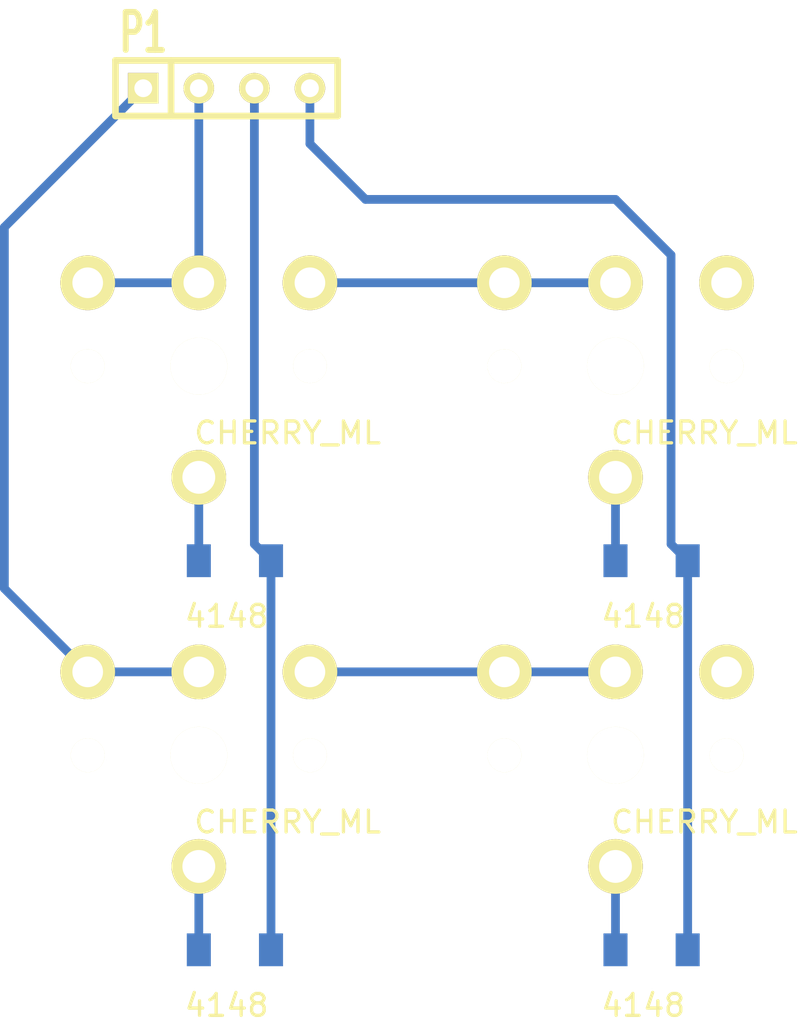
<source format=kicad_pcb>
(kicad_pcb (version 3) (host pcbnew "(2013-07-07 BZR 4022)-stable")

  (general
    (links 16)
    (no_connects 0)
    (area 139.5 76.19619 177.033 122.749)
    (thickness 1.6)
    (drawings 0)
    (tracks 24)
    (zones 0)
    (modules 9)
    (nets 11)
  )

  (page A4)
  (layers
    (15 F.Cu signal)
    (0 B.Cu signal)
    (16 B.Adhes user)
    (17 F.Adhes user)
    (18 B.Paste user)
    (19 F.Paste user)
    (20 B.SilkS user)
    (21 F.SilkS user)
    (22 B.Mask user)
    (23 F.Mask user)
    (24 Dwgs.User user)
    (25 Cmts.User user)
    (26 Eco1.User user)
    (27 Eco2.User user)
    (28 Edge.Cuts user)
  )

  (setup
    (last_trace_width 0.4)
    (trace_clearance 0.254)
    (zone_clearance 0.508)
    (zone_45_only no)
    (trace_min 0.254)
    (segment_width 0.2)
    (edge_width 0.15)
    (via_size 0.889)
    (via_drill 0.635)
    (via_min_size 0.889)
    (via_min_drill 0.508)
    (uvia_size 0.508)
    (uvia_drill 0.127)
    (uvias_allowed no)
    (uvia_min_size 0.508)
    (uvia_min_drill 0.127)
    (pcb_text_width 0.3)
    (pcb_text_size 1.5 1.5)
    (mod_edge_width 0.15)
    (mod_text_size 1.5 1.5)
    (mod_text_width 0.15)
    (pad_size 1.524 1.524)
    (pad_drill 0.762)
    (pad_to_mask_clearance 0.2)
    (aux_axis_origin 0 0)
    (visible_elements 7FFFFFFF)
    (pcbplotparams
      (layerselection 3178497)
      (usegerberextensions true)
      (excludeedgelayer true)
      (linewidth 0.100000)
      (plotframeref false)
      (viasonmask false)
      (mode 1)
      (useauxorigin false)
      (hpglpennumber 1)
      (hpglpenspeed 20)
      (hpglpendiameter 15)
      (hpglpenoverlay 2)
      (psnegative false)
      (psa4output false)
      (plotreference true)
      (plotvalue true)
      (plotothertext true)
      (plotinvisibletext false)
      (padsonsilk false)
      (subtractmaskfromsilk false)
      (outputformat 1)
      (mirror false)
      (drillshape 0)
      (scaleselection 1)
      (outputdirectory ""))
  )

  (net 0 "")
  (net 1 N-000001)
  (net 2 N-0000010)
  (net 3 N-0000011)
  (net 4 N-0000012)
  (net 5 N-000002)
  (net 6 N-000003)
  (net 7 N-000004)
  (net 8 N-000005)
  (net 9 N-000006)
  (net 10 N-000009)

  (net_class Default "This is the default net class."
    (clearance 0.254)
    (trace_width 0.4)
    (via_dia 0.889)
    (via_drill 0.635)
    (uvia_dia 0.508)
    (uvia_drill 0.127)
    (add_net "")
    (add_net N-000001)
    (add_net N-0000010)
    (add_net N-0000011)
    (add_net N-0000012)
    (add_net N-000002)
    (add_net N-000003)
    (add_net N-000004)
    (add_net N-000005)
    (add_net N-000006)
    (add_net N-000009)
  )

  (module SIL-4 (layer F.Cu) (tedit 5650FB3B) (tstamp 5650F9C8)
    (at 149.86 80.01)
    (descr "Connecteur 4 pibs")
    (tags "CONN DEV")
    (path /5650F800)
    (fp_text reference P1 (at -3.81 -2.54) (layer F.SilkS)
      (effects (font (size 1.73482 1.08712) (thickness 0.3048)))
    )
    (fp_text value CONN_4 (at 1.27 -2.54) (layer F.SilkS) hide
      (effects (font (size 1.524 1.016) (thickness 0.3048)))
    )
    (fp_line (start -5.08 -1.27) (end -5.08 -1.27) (layer F.SilkS) (width 0.3048))
    (fp_line (start -5.08 1.27) (end -5.08 -1.27) (layer F.SilkS) (width 0.3048))
    (fp_line (start -5.08 -1.27) (end -5.08 -1.27) (layer F.SilkS) (width 0.3048))
    (fp_line (start -5.08 -1.27) (end 5.08 -1.27) (layer F.SilkS) (width 0.3048))
    (fp_line (start 5.08 -1.27) (end 5.08 1.27) (layer F.SilkS) (width 0.3048))
    (fp_line (start 5.08 1.27) (end -5.08 1.27) (layer F.SilkS) (width 0.3048))
    (fp_line (start -2.54 1.27) (end -2.54 -1.27) (layer F.SilkS) (width 0.3048))
    (pad 1 thru_hole rect (at -3.81 0) (size 1.397 1.397) (drill 0.8128)
      (layers *.Cu *.Mask F.SilkS)
      (net 2 N-0000010)
    )
    (pad 2 thru_hole circle (at -1.27 0) (size 1.397 1.397) (drill 0.8128)
      (layers *.Cu *.Mask F.SilkS)
      (net 4 N-0000012)
    )
    (pad 3 thru_hole circle (at 1.27 0) (size 1.397 1.397) (drill 0.8128)
      (layers *.Cu *.Mask F.SilkS)
      (net 7 N-000004)
    )
    (pad 4 thru_hole circle (at 3.81 0) (size 1.397 1.397) (drill 0.8128)
      (layers *.Cu *.Mask F.SilkS)
      (net 8 N-000005)
    )
  )

  (module CHERRY_ML (layer F.Cu) (tedit 5650E626) (tstamp 5650F9D3)
    (at 148.59 92.71)
    (path /5650F7AF)
    (fp_text reference K1 (at -3.556 3.048) (layer F.SilkS) hide
      (effects (font (size 1 1) (thickness 0.15)))
    )
    (fp_text value CHERRY_ML (at 4.064 3.048) (layer F.SilkS)
      (effects (font (size 1 1) (thickness 0.15)))
    )
    (pad "" np_thru_hole circle (at 0 0) (size 2.6 2.6) (drill 2.6)
      (layers *.Cu *.Mask F.SilkS)
    )
    (pad "" np_thru_hole circle (at -5.08 0) (size 1.55 1.55) (drill 1.55)
      (layers *.Cu *.Mask F.SilkS)
    )
    (pad "" np_thru_hole circle (at 5.08 0) (size 1.55 1.55) (drill 1.55)
      (layers *.Cu *.Mask F.SilkS)
    )
    (pad 4 thru_hole circle (at 5.08 -3.81) (size 2.5 2.5) (drill 1.4)
      (layers *.Cu *.Mask F.SilkS)
      (net 10 N-000009)
    )
    (pad 3 thru_hole circle (at -5.08 -3.81) (size 2.5 2.5) (drill 1.4)
      (layers *.Cu *.Mask F.SilkS)
      (net 4 N-0000012)
    )
    (pad 2 thru_hole circle (at 0 5.08) (size 2.5 2.5) (drill 1.5)
      (layers *.Cu *.Mask F.SilkS)
      (net 9 N-000006)
    )
    (pad 1 thru_hole circle (at 0 -3.81) (size 2.5 2.5) (drill 1.4)
      (layers *.Cu *.Mask F.SilkS)
      (net 4 N-0000012)
    )
  )

  (module CHERRY_ML (layer F.Cu) (tedit 5650E626) (tstamp 5650F9DE)
    (at 167.64 92.71)
    (path /5650F7BC)
    (fp_text reference K3 (at -3.556 3.048) (layer F.SilkS) hide
      (effects (font (size 1 1) (thickness 0.15)))
    )
    (fp_text value CHERRY_ML (at 4.064 3.048) (layer F.SilkS)
      (effects (font (size 1 1) (thickness 0.15)))
    )
    (pad "" np_thru_hole circle (at 0 0) (size 2.6 2.6) (drill 2.6)
      (layers *.Cu *.Mask F.SilkS)
    )
    (pad "" np_thru_hole circle (at -5.08 0) (size 1.55 1.55) (drill 1.55)
      (layers *.Cu *.Mask F.SilkS)
    )
    (pad "" np_thru_hole circle (at 5.08 0) (size 1.55 1.55) (drill 1.55)
      (layers *.Cu *.Mask F.SilkS)
    )
    (pad 4 thru_hole circle (at 5.08 -3.81) (size 2.5 2.5) (drill 1.4)
      (layers *.Cu *.Mask F.SilkS)
    )
    (pad 3 thru_hole circle (at -5.08 -3.81) (size 2.5 2.5) (drill 1.4)
      (layers *.Cu *.Mask F.SilkS)
      (net 10 N-000009)
    )
    (pad 2 thru_hole circle (at 0 5.08) (size 2.5 2.5) (drill 1.5)
      (layers *.Cu *.Mask F.SilkS)
      (net 1 N-000001)
    )
    (pad 1 thru_hole circle (at 0 -3.81) (size 2.5 2.5) (drill 1.4)
      (layers *.Cu *.Mask F.SilkS)
      (net 10 N-000009)
    )
  )

  (module CHERRY_ML (layer F.Cu) (tedit 5650E626) (tstamp 5650F9E9)
    (at 148.59 110.49)
    (path /5650F7C2)
    (fp_text reference K2 (at -3.556 3.048) (layer F.SilkS) hide
      (effects (font (size 1 1) (thickness 0.15)))
    )
    (fp_text value CHERRY_ML (at 4.064 3.048) (layer F.SilkS)
      (effects (font (size 1 1) (thickness 0.15)))
    )
    (pad "" np_thru_hole circle (at 0 0) (size 2.6 2.6) (drill 2.6)
      (layers *.Cu *.Mask F.SilkS)
    )
    (pad "" np_thru_hole circle (at -5.08 0) (size 1.55 1.55) (drill 1.55)
      (layers *.Cu *.Mask F.SilkS)
    )
    (pad "" np_thru_hole circle (at 5.08 0) (size 1.55 1.55) (drill 1.55)
      (layers *.Cu *.Mask F.SilkS)
    )
    (pad 4 thru_hole circle (at 5.08 -3.81) (size 2.5 2.5) (drill 1.4)
      (layers *.Cu *.Mask F.SilkS)
      (net 3 N-0000011)
    )
    (pad 3 thru_hole circle (at -5.08 -3.81) (size 2.5 2.5) (drill 1.4)
      (layers *.Cu *.Mask F.SilkS)
      (net 2 N-0000010)
    )
    (pad 2 thru_hole circle (at 0 5.08) (size 2.5 2.5) (drill 1.5)
      (layers *.Cu *.Mask F.SilkS)
      (net 5 N-000002)
    )
    (pad 1 thru_hole circle (at 0 -3.81) (size 2.5 2.5) (drill 1.4)
      (layers *.Cu *.Mask F.SilkS)
      (net 2 N-0000010)
    )
  )

  (module CHERRY_ML (layer F.Cu) (tedit 5650E626) (tstamp 5650F9F4)
    (at 167.64 110.49)
    (path /5650F7C8)
    (fp_text reference K4 (at -3.556 3.048) (layer F.SilkS) hide
      (effects (font (size 1 1) (thickness 0.15)))
    )
    (fp_text value CHERRY_ML (at 4.064 3.048) (layer F.SilkS)
      (effects (font (size 1 1) (thickness 0.15)))
    )
    (pad "" np_thru_hole circle (at 0 0) (size 2.6 2.6) (drill 2.6)
      (layers *.Cu *.Mask F.SilkS)
    )
    (pad "" np_thru_hole circle (at -5.08 0) (size 1.55 1.55) (drill 1.55)
      (layers *.Cu *.Mask F.SilkS)
    )
    (pad "" np_thru_hole circle (at 5.08 0) (size 1.55 1.55) (drill 1.55)
      (layers *.Cu *.Mask F.SilkS)
    )
    (pad 4 thru_hole circle (at 5.08 -3.81) (size 2.5 2.5) (drill 1.4)
      (layers *.Cu *.Mask F.SilkS)
    )
    (pad 3 thru_hole circle (at -5.08 -3.81) (size 2.5 2.5) (drill 1.4)
      (layers *.Cu *.Mask F.SilkS)
      (net 3 N-0000011)
    )
    (pad 2 thru_hole circle (at 0 5.08) (size 2.5 2.5) (drill 1.5)
      (layers *.Cu *.Mask F.SilkS)
      (net 6 N-000003)
    )
    (pad 1 thru_hole circle (at 0 -3.81) (size 2.5 2.5) (drill 1.4)
      (layers *.Cu *.Mask F.SilkS)
      (net 3 N-0000011)
    )
  )

  (module 4148_rev2 (layer F.Cu) (tedit 564105A0) (tstamp 5650F9FA)
    (at 148.59 101.6)
    (path /5650F7D0)
    (fp_text reference D1 (at 1.27 -2.54) (layer F.SilkS) hide
      (effects (font (size 1 1) (thickness 0.15)))
    )
    (fp_text value 4148 (at 1.27 2.54) (layer F.SilkS)
      (effects (font (size 1 1) (thickness 0.15)))
    )
    (pad 1 smd rect (at 0 0) (size 1.1 1.5)
      (layers B.Cu F.Paste F.Mask)
      (net 9 N-000006)
    )
    (pad 2 smd rect (at 3.3 0) (size 1.1 1.5)
      (layers B.Cu F.Paste F.Mask)
      (net 7 N-000004)
    )
  )

  (module 4148_rev2 (layer F.Cu) (tedit 564105A0) (tstamp 5650FA00)
    (at 167.64 101.6)
    (path /5650F7EC)
    (fp_text reference D3 (at 1.27 -2.54) (layer F.SilkS) hide
      (effects (font (size 1 1) (thickness 0.15)))
    )
    (fp_text value 4148 (at 1.27 2.54) (layer F.SilkS)
      (effects (font (size 1 1) (thickness 0.15)))
    )
    (pad 1 smd rect (at 0 0) (size 1.1 1.5)
      (layers B.Cu F.Paste F.Mask)
      (net 1 N-000001)
    )
    (pad 2 smd rect (at 3.3 0) (size 1.1 1.5)
      (layers B.Cu F.Paste F.Mask)
      (net 8 N-000005)
    )
  )

  (module 4148_rev2 (layer F.Cu) (tedit 564105A0) (tstamp 5650FA06)
    (at 167.64 119.38)
    (path /5650F7F2)
    (fp_text reference D4 (at 1.27 -2.54) (layer F.SilkS) hide
      (effects (font (size 1 1) (thickness 0.15)))
    )
    (fp_text value 4148 (at 1.27 2.54) (layer F.SilkS)
      (effects (font (size 1 1) (thickness 0.15)))
    )
    (pad 1 smd rect (at 0 0) (size 1.1 1.5)
      (layers B.Cu F.Paste F.Mask)
      (net 6 N-000003)
    )
    (pad 2 smd rect (at 3.3 0) (size 1.1 1.5)
      (layers B.Cu F.Paste F.Mask)
      (net 8 N-000005)
    )
  )

  (module 4148_rev2 (layer F.Cu) (tedit 564105A0) (tstamp 5650FA0C)
    (at 148.59 119.38)
    (path /5650F7F8)
    (fp_text reference D2 (at 1.27 -2.54) (layer F.SilkS) hide
      (effects (font (size 1 1) (thickness 0.15)))
    )
    (fp_text value 4148 (at 1.27 2.54) (layer F.SilkS)
      (effects (font (size 1 1) (thickness 0.15)))
    )
    (pad 1 smd rect (at 0 0) (size 1.1 1.5)
      (layers B.Cu F.Paste F.Mask)
      (net 5 N-000002)
    )
    (pad 2 smd rect (at 3.3 0) (size 1.1 1.5)
      (layers B.Cu F.Paste F.Mask)
      (net 7 N-000004)
    )
  )

  (segment (start 167.64 97.79) (end 167.64 101.6) (width 0.4) (layer B.Cu) (net 1))
  (segment (start 143.51 106.68) (end 148.59 106.68) (width 0.4) (layer B.Cu) (net 2))
  (segment (start 146.05 80.01) (end 139.7 86.36) (width 0.4) (layer B.Cu) (net 2))
  (segment (start 139.7 102.87) (end 143.51 106.68) (width 0.4) (layer B.Cu) (net 2) (tstamp 5650FAF3))
  (segment (start 139.7 86.36) (end 139.7 102.87) (width 0.4) (layer B.Cu) (net 2) (tstamp 5650FAEF))
  (segment (start 162.56 106.68) (end 167.64 106.68) (width 0.4) (layer B.Cu) (net 3))
  (segment (start 153.67 106.68) (end 162.56 106.68) (width 0.4) (layer B.Cu) (net 3))
  (segment (start 148.59 88.9) (end 148.59 80.01) (width 0.4) (layer B.Cu) (net 4))
  (segment (start 143.51 88.9) (end 148.59 88.9) (width 0.4) (layer B.Cu) (net 4))
  (segment (start 148.59 115.57) (end 148.59 119.38) (width 0.4) (layer B.Cu) (net 5))
  (segment (start 167.64 115.57) (end 167.64 119.38) (width 0.4) (layer B.Cu) (net 6))
  (segment (start 151.89 101.6) (end 151.89 119.38) (width 0.4) (layer B.Cu) (net 7))
  (segment (start 151.13 80.01) (end 151.13 100.84) (width 0.4) (layer B.Cu) (net 7))
  (segment (start 151.13 100.84) (end 151.89 101.6) (width 0.4) (layer B.Cu) (net 7) (tstamp 5650FB06))
  (segment (start 153.67 80.01) (end 153.67 82.55) (width 0.4) (layer B.Cu) (net 8))
  (segment (start 170.18 100.84) (end 170.94 101.6) (width 0.4) (layer B.Cu) (net 8) (tstamp 5650FB21))
  (segment (start 170.18 87.63) (end 170.18 100.84) (width 0.4) (layer B.Cu) (net 8) (tstamp 5650FB1D))
  (segment (start 167.64 85.09) (end 170.18 87.63) (width 0.4) (layer B.Cu) (net 8) (tstamp 5650FB1B))
  (segment (start 156.21 85.09) (end 167.64 85.09) (width 0.4) (layer B.Cu) (net 8) (tstamp 5650FB19))
  (segment (start 153.67 82.55) (end 156.21 85.09) (width 0.4) (layer B.Cu) (net 8) (tstamp 5650FB15))
  (segment (start 170.94 101.6) (end 170.94 119.38) (width 0.4) (layer B.Cu) (net 8) (tstamp 5650FB22))
  (segment (start 148.59 97.79) (end 148.59 101.6) (width 0.4) (layer B.Cu) (net 9))
  (segment (start 162.56 88.9) (end 167.64 88.9) (width 0.4) (layer B.Cu) (net 10))
  (segment (start 153.67 88.9) (end 162.56 88.9) (width 0.4) (layer B.Cu) (net 10))

)

</source>
